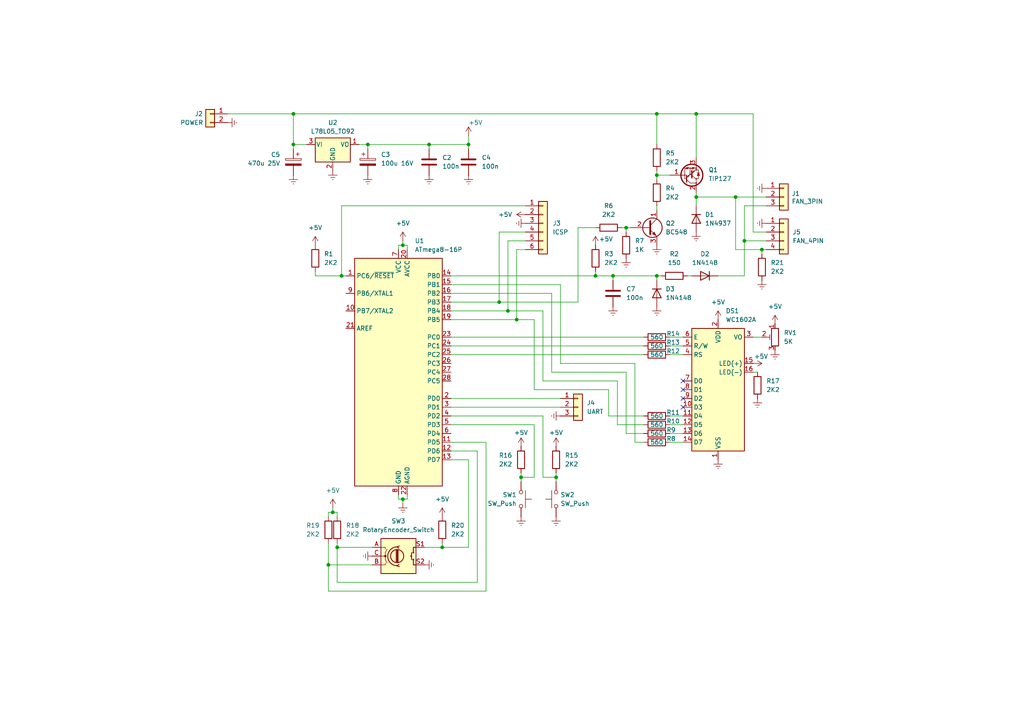
<source format=kicad_sch>
(kicad_sch (version 20231120) (generator "eeschema") (generator_version "8.0")
  (paper "A4")
  (title_block (title "spintach") (date "2024-07-11") (rev "0.1"))
  (lib_symbols
    (symbol "Connector_Generic:Conn_01x02" (pin_names (offset 1.016) hide)
      (property "Reference" "J" (at 0 2.54 0))
      (property "Value" "Conn_01x02" (at 0 -5.08 0))
      (symbol "Conn_01x02_1_1"
        (rectangle (start -1.27 -2.413) (end 0 -2.667) (stroke (width 0.1524)))
        (rectangle (start -1.27 0.127) (end 0 -0.127) (stroke (width 0.1524)))
        (rectangle (start -1.27 1.27) (end 1.27 -3.81) (stroke (width 0.254)) (fill (type background)))
        (pin passive line (at -5.08 0 0) (length 3.81) (name "Pin_1") (number "1"))
        (pin passive line (at -5.08 -2.54 0) (length 3.81) (name "Pin_2") (number "2"))
      )
    )
    (symbol "Connector_Generic:Conn_01x03" (pin_names (offset 1.016) hide)
      (property "Reference" "J" (at 0 5.08 0))
      (property "Value" "Conn_01x03" (at 0 -5.08 0))
      (symbol "Conn_01x03_1_1"
        (rectangle (start -1.27 -2.413) (end 0 -2.667) (stroke (width 0.1524)))
        (rectangle (start -1.27 0.127) (end 0 -0.127) (stroke (width 0.1524)))
        (rectangle (start -1.27 2.667) (end 0 2.413) (stroke (width 0.1524)))
        (rectangle (start -1.27 3.81) (end 1.27 -3.81) (stroke (width 0.254)) (fill (type background)))
        (pin passive line (at -5.08 2.54 0) (length 3.81) (name "Pin_1") (number "1"))
        (pin passive line (at -5.08 0 0) (length 3.81) (name "Pin_2") (number "2"))
        (pin passive line (at -5.08 -2.54 0) (length 3.81) (name "Pin_3") (number "3"))
      )
    )
    (symbol "Connector_Generic:Conn_01x04" (pin_names (offset 1.016) hide)
      (property "Reference" "J" (at 0 5.08 0))
      (property "Value" "Conn_01x04" (at 0 -7.62 0))
      (symbol "Conn_01x04_1_1"
        (rectangle (start -1.27 -4.953) (end 0 -5.207) (stroke (width 0.1524)))
        (rectangle (start -1.27 -2.413) (end 0 -2.667) (stroke (width 0.1524)))
        (rectangle (start -1.27 0.127) (end 0 -0.127) (stroke (width 0.1524)))
        (rectangle (start -1.27 2.667) (end 0 2.413) (stroke (width 0.1524)))
        (rectangle (start -1.27 3.81) (end 1.27 -6.35) (stroke (width 0.254)) (fill (type background)))
        (pin passive line (at -5.08 2.54 0) (length 3.81) (name "Pin_1") (number "1"))
        (pin passive line (at -5.08 0 0) (length 3.81) (name "Pin_2") (number "2"))
        (pin passive line (at -5.08 -2.54 0) (length 3.81) (name "Pin_3") (number "3"))
        (pin passive line (at -5.08 -5.08 0) (length 3.81) (name "Pin_4") (number "4"))
      )
    )
    (symbol "Connector_Generic:Conn_01x06" (pin_names (offset 1.016) hide)
      (property "Reference" "J" (at 0 7.62 0))
      (property "Value" "Conn_01x06" (at 0 -10.16 0))
      (symbol "Conn_01x06_1_1"
        (rectangle (start -1.27 -7.493) (end 0 -7.747) (stroke (width 0.1524)))
        (rectangle (start -1.27 -4.953) (end 0 -5.207) (stroke (width 0.1524)))
        (rectangle (start -1.27 -2.413) (end 0 -2.667) (stroke (width 0.1524)))
        (rectangle (start -1.27 0.127) (end 0 -0.127) (stroke (width 0.1524)))
        (rectangle (start -1.27 2.667) (end 0 2.413) (stroke (width 0.1524)))
        (rectangle (start -1.27 5.207) (end 0 4.953) (stroke (width 0.1524)))
        (rectangle (start -1.27 6.35) (end 1.27 -8.89) (stroke (width 0.254)) (fill (type background)))
        (pin passive line (at -5.08 5.08 0) (length 3.81) (name "Pin_1") (number "1"))
        (pin passive line (at -5.08 2.54 0) (length 3.81) (name "Pin_2") (number "2"))
        (pin passive line (at -5.08 0 0) (length 3.81) (name "Pin_3") (number "3"))
        (pin passive line (at -5.08 -2.54 0) (length 3.81) (name "Pin_4") (number "4"))
        (pin passive line (at -5.08 -5.08 0) (length 3.81) (name "Pin_5") (number "5"))
        (pin passive line (at -5.08 -7.62 0) (length 3.81) (name "Pin_6") (number "6"))
      )
    )
    (symbol "Device:C" (pin_numbers hide) (pin_names (offset 0.254))
      (property "Reference" "C" (at 0.635 2.54 0))
      (property "Value" "C" (at 0.635 -2.54 0))
      (symbol "C_0_1"
        (polyline (pts (xy -2.032 -0.762) (xy 2.032 -0.762)) (stroke (width 0.508)))
        (polyline (pts (xy -2.032 0.762) (xy 2.032 0.762)) (stroke (width 0.508)))
      )
      (symbol "C_1_1"
        (pin passive line (at 0 3.81 270) (length 2.794) (name "~") (number "1"))
        (pin passive line (at 0 -3.81 90) (length 2.794) (name "~") (number "2"))
      )
    )
    (symbol "Device:C_Polarized" (pin_numbers hide) (pin_names (offset 0.254))
      (property "Reference" "C" (at 0.635 2.54 0))
      (property "Value" "C_Polarized" (at 0.635 -2.54 0))
      (symbol "C_Polarized_0_1"
        (rectangle (start -2.286 0.508) (end 2.286 1.016))
        (polyline (pts (xy -1.778 2.286) (xy -0.762 2.286)))
        (polyline (pts (xy -1.27 2.794) (xy -1.27 1.778)))
        (rectangle (start 2.286 -0.508) (end -2.286 -1.016) (fill (type outline)))
      )
      (symbol "C_Polarized_1_1"
        (pin passive line (at 0 3.81 270) (length 2.794) (name "~") (number "1"))
        (pin passive line (at 0 -3.81 90) (length 2.794) (name "~") (number "2"))
      )
    )
    (symbol "Device:R" (pin_numbers hide) (pin_names (offset 0))
      (property "Reference" "R" (at 2.032 0 90))
      (property "Value" "R" (at 0 0 90))
      (symbol "R_0_1"
        (rectangle (start -1.016 -2.54) (end 1.016 2.54) (stroke (width 0.254)))
      )
      (symbol "R_1_1"
        (pin passive line (at 0 3.81 270) (length 1.27) (name "~") (number "1"))
        (pin passive line (at 0 -3.81 90) (length 1.27) (name "~") (number "2"))
      )
    )
    (symbol "Device:R_Potentiometer_Trim" (pin_names (offset 1.016) hide)
      (property "Reference" "RV" (at -4.445 0 90))
      (property "Value" "R_Potentiometer_Trim" (at -2.54 0 90))
      (symbol "R_Potentiometer_Trim_0_1"
        (polyline (pts (xy 1.524 0.762) (xy 1.524 -0.762)))
        (polyline (pts (xy 2.54 0) (xy 1.524 0)))
        (rectangle (start 1.016 2.54) (end -1.016 -2.54) (stroke (width 0.254)))
      )
      (symbol "R_Potentiometer_Trim_1_1"
        (pin passive line (at 0 3.81 270) (length 1.27) (name "1") (number "1"))
        (pin passive line (at 3.81 0 180) (length 1.27) (name "2") (number "2"))
        (pin passive line (at 0 -3.81 90) (length 1.27) (name "3") (number "3"))
      )
    )
    (symbol "Device:RotaryEncoder_Switch" (pin_names (offset 0.254) hide)
      (property "Reference" "SW" (at 0 6.604 0))
      (property "Value" "RotaryEncoder_Switch" (at 0 -6.604 0))
      (symbol "RotaryEncoder_Switch_0_1"
        (rectangle (start -5.08 5.08) (end 5.08 -5.08) (stroke (width 0.254)) (fill (type background)))
        (circle (center -3.81 0) (radius 0.254) (fill (type outline)))
        (circle (center -0.381 0) (radius 1.905) (stroke (width 0.254)))
        (arc (start -0.381 2.667) (mid -3.0988 -0.0635) (end -0.381 -2.794) (stroke (width 0.254)))
        (polyline (pts (xy -0.635 -1.778) (xy -0.635 1.778)) (stroke (width 0.254)))
        (polyline (pts (xy -0.381 -1.778) (xy -0.381 1.778)) (stroke (width 0.254)))
        (polyline (pts (xy -0.127 1.778) (xy -0.127 -1.778)) (stroke (width 0.254)))
        (polyline (pts (xy 3.81 0) (xy 3.429 0)) (stroke (width 0.254)))
        (polyline (pts (xy 3.81 1.016) (xy 3.81 -1.016)) (stroke (width 0.254)))
        (polyline (pts (xy -5.08 -2.54) (xy -3.81 -2.54) (xy -3.81 -2.032)))
        (polyline (pts (xy -5.08 2.54) (xy -3.81 2.54) (xy -3.81 2.032)))
        (polyline (pts (xy 0.254 -3.048) (xy -0.508 -2.794) (xy 0.127 -2.413)) (stroke (width 0.254)))
        (polyline (pts (xy 0.254 2.921) (xy -0.508 2.667) (xy 0.127 2.286)) (stroke (width 0.254)))
        (polyline (pts (xy 5.08 -2.54) (xy 4.318 -2.54) (xy 4.318 -1.016)) (stroke (width 0.254)))
        (polyline (pts (xy 5.08 2.54) (xy 4.318 2.54) (xy 4.318 1.016)) (stroke (width 0.254)))
        (polyline (pts (xy -5.08 0) (xy -3.81 0) (xy -3.81 -1.016) (xy -3.302 -2.032)))
        (polyline (pts (xy -4.318 0) (xy -3.81 0) (xy -3.81 1.016) (xy -3.302 2.032)))
        (circle (center 4.318 -1.016) (radius 0.127) (stroke (width 0.254)))
        (circle (center 4.318 1.016) (radius 0.127) (stroke (width 0.254)))
      )
      (symbol "RotaryEncoder_Switch_1_1"
        (pin passive line (at -7.62 2.54 0) (length 2.54) (name "A") (number "A"))
        (pin passive line (at -7.62 -2.54 0) (length 2.54) (name "B") (number "B"))
        (pin passive line (at -7.62 0 0) (length 2.54) (name "C") (number "C"))
        (pin passive line (at 7.62 2.54 180) (length 2.54) (name "S1") (number "S1"))
        (pin passive line (at 7.62 -2.54 180) (length 2.54) (name "S2") (number "S2"))
      )
    )
    (symbol "Diode:1N4007" (pin_numbers hide) (pin_names hide)
      (property "Reference" "D" (at 0 2.54 0))
      (property "Value" "1N4007" (at 0 -2.54 0))
      (symbol "1N4007_0_1"
        (polyline (pts (xy -1.27 1.27) (xy -1.27 -1.27)) (stroke (width 0.254)))
        (polyline (pts (xy 1.27 0) (xy -1.27 0)))
        (polyline (pts (xy 1.27 1.27) (xy 1.27 -1.27) (xy -1.27 0) (xy 1.27 1.27)) (stroke (width 0.254)))
      )
      (symbol "1N4007_1_1"
        (pin passive line (at -3.81 0 0) (length 2.54) (name "K") (number "1"))
        (pin passive line (at 3.81 0 180) (length 2.54) (name "A") (number "2"))
      )
    )
    (symbol "Diode:1N4148" (pin_numbers hide) (pin_names hide)
      (property "Reference" "D" (at 0 2.54 0))
      (property "Value" "1N4148" (at 0 -2.54 0))
      (symbol "1N4148_0_1"
        (polyline (pts (xy -1.27 1.27) (xy -1.27 -1.27)) (stroke (width 0.254)))
        (polyline (pts (xy 1.27 0) (xy -1.27 0)))
        (polyline (pts (xy 1.27 1.27) (xy 1.27 -1.27) (xy -1.27 0) (xy 1.27 1.27)) (stroke (width 0.254)))
      )
      (symbol "1N4148_1_1"
        (pin passive line (at -3.81 0 0) (length 2.54) (name "K") (number "1"))
        (pin passive line (at 3.81 0 180) (length 2.54) (name "A") (number "2"))
      )
    )
    (symbol "Display_Character:WC1602A"
      (property "Reference" "DS" (at -5.842 19.05 0))
      (property "Value" "WC1602A" (at 5.334 19.05 0))
      (symbol "WC1602A_1_1"
        (rectangle (start -7.62 17.78) (end 7.62 -17.78) (stroke (width 0.254)) (fill (type background)))
        (pin power_in line (at 0 -20.32 90) (length 2.54) (name "VSS") (number "1"))
        (pin input line (at -10.16 -5.08 0) (length 2.54) (name "D3") (number "10"))
        (pin input line (at -10.16 -7.62 0) (length 2.54) (name "D4") (number "11"))
        (pin input line (at -10.16 -10.16 0) (length 2.54) (name "D5") (number "12"))
        (pin input line (at -10.16 -12.7 0) (length 2.54) (name "D6") (number "13"))
        (pin input line (at -10.16 -15.24 0) (length 2.54) (name "D7") (number "14"))
        (pin power_in line (at 10.16 7.62 180) (length 2.54) (name "LED(+)") (number "15"))
        (pin power_in line (at 10.16 5.08 180) (length 2.54) (name "LED(-)") (number "16"))
        (pin power_in line (at 0 20.32 270) (length 2.54) (name "VDD") (number "2"))
        (pin input line (at 10.16 15.24 180) (length 2.54) (name "VO") (number "3"))
        (pin input line (at -10.16 10.16 0) (length 2.54) (name "RS") (number "4"))
        (pin input line (at -10.16 12.7 0) (length 2.54) (name "R/W") (number "5"))
        (pin input line (at -10.16 15.24 0) (length 2.54) (name "E") (number "6"))
        (pin input line (at -10.16 2.54 0) (length 2.54) (name "D0") (number "7"))
        (pin input line (at -10.16 0 0) (length 2.54) (name "D1") (number "8"))
        (pin input line (at -10.16 -2.54 0) (length 2.54) (name "D2") (number "9"))
      )
    )
    (symbol "MCU_Microchip_ATmega:ATmega8-16P"
      (property "Reference" "U" (at -12.7 34.29 0))
      (property "Value" "ATmega8-16P" (at 5.08 -34.29 0))
      (symbol "ATmega8-16P_0_1"
        (rectangle (start -12.7 -33.02) (end 12.7 33.02) (stroke (width 0.254)) (fill (type background)))
      )
      (symbol "ATmega8-16P_1_1"
        (pin bidirectional line (at -15.24 27.94 0) (length 2.54) (name "PC6/~{RESET}") (number "1"))
        (pin bidirectional line (at -15.24 17.78 0) (length 2.54) (name "PB7/XTAL2") (number "10"))
        (pin bidirectional line (at 15.24 -20.32 180) (length 2.54) (name "PD5") (number "11"))
        (pin bidirectional line (at 15.24 -22.86 180) (length 2.54) (name "PD6") (number "12"))
        (pin bidirectional line (at 15.24 -25.4 180) (length 2.54) (name "PD7") (number "13"))
        (pin bidirectional line (at 15.24 27.94 180) (length 2.54) (name "PB0") (number "14"))
        (pin bidirectional line (at 15.24 25.4 180) (length 2.54) (name "PB1") (number "15"))
        (pin bidirectional line (at 15.24 22.86 180) (length 2.54) (name "PB2") (number "16"))
        (pin bidirectional line (at 15.24 20.32 180) (length 2.54) (name "PB3") (number "17"))
        (pin bidirectional line (at 15.24 17.78 180) (length 2.54) (name "PB4") (number "18"))
        (pin bidirectional line (at 15.24 15.24 180) (length 2.54) (name "PB5") (number "19"))
        (pin bidirectional line (at 15.24 -7.62 180) (length 2.54) (name "PD0") (number "2"))
        (pin power_in line (at 2.54 35.56 270) (length 2.54) (name "AVCC") (number "20"))
        (pin passive line (at -15.24 12.7 0) (length 2.54) (name "AREF") (number "21"))
        (pin power_in line (at 2.54 -35.56 90) (length 2.54) (name "AGND") (number "22"))
        (pin bidirectional line (at 15.24 10.16 180) (length 2.54) (name "PC0") (number "23"))
        (pin bidirectional line (at 15.24 7.62 180) (length 2.54) (name "PC1") (number "24"))
        (pin bidirectional line (at 15.24 5.08 180) (length 2.54) (name "PC2") (number "25"))
        (pin bidirectional line (at 15.24 2.54 180) (length 2.54) (name "PC3") (number "26"))
        (pin bidirectional line (at 15.24 0 180) (length 2.54) (name "PC4") (number "27"))
        (pin bidirectional line (at 15.24 -2.54 180) (length 2.54) (name "PC5") (number "28"))
        (pin bidirectional line (at 15.24 -10.16 180) (length 2.54) (name "PD1") (number "3"))
        (pin bidirectional line (at 15.24 -12.7 180) (length 2.54) (name "PD2") (number "4"))
        (pin bidirectional line (at 15.24 -15.24 180) (length 2.54) (name "PD3") (number "5"))
        (pin bidirectional line (at 15.24 -17.78 180) (length 2.54) (name "PD4") (number "6"))
        (pin power_in line (at 0 35.56 270) (length 2.54) (name "VCC") (number "7"))
        (pin power_in line (at 0 -35.56 90) (length 2.54) (name "GND") (number "8"))
        (pin bidirectional line (at -15.24 22.86 0) (length 2.54) (name "PB6/XTAL1") (number "9"))
      )
    )
    (symbol "Regulator_Linear:L78L05_TO92" (pin_names (offset 0.254))
      (property "Reference" "U" (at -3.81 3.175 0))
      (property "Value" "L78L05_TO92" (at 0 3.175 0))
      (symbol "L78L05_TO92_0_1"
        (rectangle (start -5.08 -5.08) (end 5.08 1.905) (stroke (width 0.254)) (fill (type background)))
      )
      (symbol "L78L05_TO92_1_1"
        (pin power_out line (at 7.62 0 180) (length 2.54) (name "VO") (number "1"))
        (pin power_in line (at 0 -7.62 90) (length 2.54) (name "GND") (number "2"))
        (pin power_in line (at -7.62 0 0) (length 2.54) (name "VI") (number "3"))
      )
    )
    (symbol "Switch:SW_Push" (pin_numbers hide) (pin_names (offset 1.016) hide)
      (property "Reference" "SW" (at 1.27 2.54 0))
      (property "Value" "SW_Push" (at 0 -1.524 0))
      (symbol "SW_Push_0_1"
        (circle (center -2.032 0) (radius 0.508))
        (polyline (pts (xy 0 1.27) (xy 0 3.048)))
        (polyline (pts (xy 2.54 1.27) (xy -2.54 1.27)))
        (circle (center 2.032 0) (radius 0.508))
        (pin passive line (at -5.08 0 0) (length 2.54) (name "1") (number "1"))
        (pin passive line (at 5.08 0 180) (length 2.54) (name "2") (number "2"))
      )
    )
    (symbol "Transistor_BJT:BC548" (pin_names (offset 0) hide)
      (property "Reference" "Q" (at 5.08 1.905 0))
      (property "Value" "BC548" (at 5.08 0 0))
      (symbol "BC548_0_1"
        (polyline (pts (xy 0 0) (xy 0.635 0)))
        (polyline (pts (xy 0.635 0.635) (xy 2.54 2.54)))
        (polyline (pts (xy 0.635 -0.635) (xy 2.54 -2.54) (xy 2.54 -2.54)))
        (polyline (pts (xy 0.635 1.905) (xy 0.635 -1.905) (xy 0.635 -1.905)) (stroke (width 0.508)))
        (polyline (pts (xy 1.27 -1.778) (xy 1.778 -1.27) (xy 2.286 -2.286) (xy 1.27 -1.778) (xy 1.27 -1.778)) (fill (type outline)))
        (circle (center 1.27 0) (radius 2.8194) (stroke (width 0.254)))
      )
      (symbol "BC548_1_1"
        (pin passive line (at 2.54 5.08 270) (length 2.54) (name "C") (number "1"))
        (pin input line (at -5.08 0 0) (length 5.08) (name "B") (number "2"))
        (pin passive line (at 2.54 -5.08 90) (length 2.54) (name "E") (number "3"))
      )
    )
    (symbol "Transistor_BJT:TIP127" (pin_names (offset 0) hide)
      (property "Reference" "Q" (at 5.08 1.905 0))
      (property "Value" "TIP127" (at 5.08 0 0))
      (symbol "TIP127_0_1"
        (circle (center -0.762 0) (radius 0.127))
        (polyline (pts (xy -1.27 0) (xy -0.889 0)))
        (polyline (pts (xy 2.54 -2.032) (xy 2.54 -2.54)))
        (polyline (pts (xy 2.54 -1.524) (xy 3.175 -1.524)))
        (polyline (pts (xy 2.794 -0.635) (xy 3.556 -0.635)))
        (polyline (pts (xy 3.175 -1.524) (xy 3.175 -0.635)))
        (polyline (pts (xy 3.175 0.127) (xy 3.175 1.016)))
        (polyline (pts (xy 3.175 1.016) (xy 2.54 1.016)))
        (polyline (pts (xy -0.254 0.762) (xy 0.762 -0.254) (xy 1.27 -0.254)))
        (polyline (pts (xy -0.254 1.016) (xy -0.762 1.016) (xy -0.762 -2.032)))
        (polyline (pts (xy -0.254 1.27) (xy 0.762 2.286) (xy 2.54 2.286)))
        (polyline (pts (xy -0.254 2.032) (xy -0.254 0) (xy -0.254 0)) (stroke (width 0.3048)))
        (polyline (pts (xy 1.27 0.762) (xy 1.27 -1.27) (xy 1.27 -1.27)) (stroke (width 0.381)))
        (polyline (pts (xy 0 0.508) (xy 0.254 0) (xy 0.508 0.254) (xy 0 0.508)))
        (polyline (pts (xy 1.27 -0.508) (xy 2.286 -1.524) (xy 2.54 -1.524) (xy 2.54 -2.032)))
        (polyline (pts (xy 1.27 0) (xy 2.286 1.016) (xy 2.54 1.016) (xy 2.54 2.286)))
        (polyline (pts (xy 1.524 -0.762) (xy 1.778 -1.27) (xy 2.032 -1.016) (xy 1.524 -0.762)))
        (polyline (pts (xy 3.175 -0.635) (xy 2.794 0.127) (xy 3.556 0.127) (xy 3.175 -0.635)) (fill (type outline)))
        (polyline (pts (xy 0.762 -2.032) (xy 0.381 -2.032) (xy 0.254 -2.286) (xy 0.127 -1.778) (xy 0 -2.286) (xy -0.127 -1.778) (xy -0.254 -2.286) (xy -0.381 -1.778) (xy -0.508 -2.032) (xy -0.762 -2.032)))
        (polyline (pts (xy 0.762 -0.254) (xy 0.762 -2.032) (xy 1.143 -2.032) (xy 1.27 -1.778) (xy 1.397 -2.286) (xy 1.524 -1.778) (xy 1.651 -2.286) (xy 1.778 -1.778) (xy 1.905 -2.286) (xy 2.032 -2.032) (xy 2.54 -2.032)))
        (circle (center 0.762 -2.032) (radius 0.127))
        (circle (center 0.762 -0.254) (radius 0.127))
        (circle (center 1.27 0) (radius 3.175) (stroke (width 0.3556)))
        (circle (center 2.54 -2.032) (radius 0.127))
        (circle (center 2.54 -1.524) (radius 0.127))
        (circle (center 2.54 1.016) (radius 0.127))
        (circle (center 2.54 2.286) (radius 0.127))
      )
      (symbol "TIP127_1_1"
        (pin input line (at -5.08 0 0) (length 3.81) (name "B") (number "1"))
        (pin passive line (at 2.54 5.08 270) (length 2.667) (name "C") (number "2"))
        (pin passive line (at 2.54 -5.08 90) (length 2.54) (name "E") (number "3"))
      )
    )
    (symbol "power:+5V" (power) (pin_numbers hide) (pin_names (offset 0) hide)
      (property "Value" "+5V" (at 0 3.556 0))
      (symbol "+5V_0_1"
        (polyline (pts (xy -0.762 1.27) (xy 0 2.54)))
        (polyline (pts (xy 0 0) (xy 0 2.54)))
        (polyline (pts (xy 0 2.54) (xy 0.762 1.27)))
      )
      (symbol "+5V_1_1"
        (pin power_in line (at 0 0 90) (length 0) (name "~") (number "1"))
      )
    )
    (symbol "power:Earth" (power) (pin_numbers hide) (pin_names (offset 0) hide)
      (property "Value" "Earth" (at 0 -3.81 0))
      (symbol "Earth_0_1"
        (polyline (pts (xy -0.635 -1.905) (xy 0.635 -1.905)))
        (polyline (pts (xy -0.127 -2.54) (xy 0.127 -2.54)))
        (polyline (pts (xy 0 -1.27) (xy 0 0)))
        (polyline (pts (xy 1.27 -1.27) (xy -1.27 -1.27)))
      )
      (symbol "Earth_1_1"
        (pin power_in line (at 0 0 270) (length 0) (name "~") (number "1"))
      )
    )
  )
  (junction (at 177.8 80.01))
  (junction (at 190.5 80.01))
  (junction (at 128.27 158.75))
  (junction (at 215.9 69.85))
  (junction (at 99.06 80.01))
  (junction (at 106.68 41.91))
  (junction (at 201.93 57.15))
  (junction (at 201.93 33.02))
  (junction (at 213.36 57.15))
  (junction (at 135.89 41.91))
  (junction (at 85.09 41.91))
  (junction (at 190.5 50.8))
  (junction (at 161.29 138.43))
  (junction (at 220.98 72.39))
  (junction (at 190.5 33.02))
  (junction (at 96.52 148.59))
  (junction (at 151.13 138.43))
  (junction (at 149.86 92.71))
  (junction (at 116.84 71.12))
  (junction (at 97.79 158.75))
  (junction (at 172.72 80.01))
  (junction (at 85.09 33.02))
  (junction (at 116.84 144.78))
  (junction (at 181.61 66.04))
  (junction (at 147.32 90.17))
  (junction (at 144.78 87.63))
  (junction (at 95.25 163.83))
  (junction (at 124.46 41.91))
  (no_connect (at 198.12 118.11))
  (no_connect (at 198.12 110.49))
  (no_connect (at 198.12 115.57))
  (no_connect (at 198.12 113.03))
  (wire (pts (xy 149.86 92.71) (xy 149.86 72.39)))
  (wire (pts (xy 104.14 41.91) (xy 106.68 41.91)))
  (wire (pts (xy 96.52 148.59) (xy 95.25 148.59)))
  (wire (pts (xy 151.13 138.43) (xy 151.13 139.7)))
  (wire (pts (xy 138.43 168.91) (xy 138.43 130.81)))
  (wire (pts (xy 181.61 66.04) (xy 181.61 67.31)))
  (wire (pts (xy 115.57 143.51) (xy 115.57 144.78)))
  (wire (pts (xy 118.11 71.12) (xy 118.11 72.39)))
  (wire (pts (xy 144.78 67.31) (xy 152.4 67.31)))
  (wire (pts (xy 138.43 130.81) (xy 130.81 130.81)))
  (wire (pts (xy 194.31 123.19) (xy 198.12 123.19)))
  (wire (pts (xy 176.53 113.03) (xy 176.53 120.65)))
  (wire (pts (xy 96.52 148.59) (xy 97.79 148.59)))
  (wire (pts (xy 215.9 69.85) (xy 215.9 59.69)))
  (wire (pts (xy 124.46 41.91) (xy 135.89 41.91)))
  (wire (pts (xy 184.15 128.27) (xy 184.15 105.41)))
  (wire (pts (xy 95.25 148.59) (xy 95.25 149.86)))
  (wire (pts (xy 161.29 137.16) (xy 161.29 138.43)))
  (wire (pts (xy 116.84 144.78) (xy 116.84 146.05)))
  (wire (pts (xy 194.31 100.33) (xy 198.12 100.33)))
  (wire (pts (xy 186.69 128.27) (xy 184.15 128.27)))
  (wire (pts (xy 167.64 87.63) (xy 144.78 87.63)))
  (wire (pts (xy 157.48 110.49) (xy 157.48 90.17)))
  (wire (pts (xy 140.97 128.27) (xy 130.81 128.27)))
  (wire (pts (xy 85.09 33.02) (xy 85.09 41.91)))
  (wire (pts (xy 200.66 80.01) (xy 199.39 80.01)))
  (wire (pts (xy 154.94 113.03) (xy 176.53 113.03)))
  (wire (pts (xy 97.79 158.75) (xy 97.79 168.91)))
  (wire (pts (xy 218.44 97.79) (xy 220.98 97.79)))
  (wire (pts (xy 140.97 171.45) (xy 140.97 128.27)))
  (wire (pts (xy 162.56 105.41) (xy 162.56 82.55)))
  (wire (pts (xy 116.84 71.12) (xy 118.11 71.12)))
  (wire (pts (xy 151.13 137.16) (xy 151.13 138.43)))
  (wire (pts (xy 154.94 138.43) (xy 154.94 123.19)))
  (wire (pts (xy 201.93 57.15) (xy 201.93 59.69)))
  (wire (pts (xy 162.56 82.55) (xy 130.81 82.55)))
  (wire (pts (xy 95.25 163.83) (xy 95.25 171.45)))
  (wire (pts (xy 190.5 50.8) (xy 194.31 50.8)))
  (wire (pts (xy 160.02 85.09) (xy 160.02 107.95)))
  (wire (pts (xy 220.98 72.39) (xy 220.98 73.66)))
  (wire (pts (xy 213.36 57.15) (xy 222.25 57.15)))
  (wire (pts (xy 154.94 92.71) (xy 154.94 113.03)))
  (wire (pts (xy 191.77 80.01) (xy 190.5 80.01)))
  (wire (pts (xy 161.29 138.43) (xy 161.29 139.7)))
  (wire (pts (xy 144.78 67.31) (xy 144.78 87.63)))
  (wire (pts (xy 99.06 80.01) (xy 100.33 80.01)))
  (wire (pts (xy 151.13 138.43) (xy 154.94 138.43)))
  (wire (pts (xy 115.57 71.12) (xy 116.84 71.12)))
  (wire (pts (xy 190.5 50.8) (xy 190.5 52.07)))
  (wire (pts (xy 201.93 57.15) (xy 213.36 57.15)))
  (wire (pts (xy 147.32 69.85) (xy 147.32 90.17)))
  (wire (pts (xy 99.06 59.69) (xy 99.06 80.01)))
  (wire (pts (xy 222.25 72.39) (xy 220.98 72.39)))
  (wire (pts (xy 135.89 133.35) (xy 135.89 158.75)))
  (wire (pts (xy 218.44 33.02) (xy 201.93 33.02)))
  (wire (pts (xy 220.98 72.39) (xy 213.36 72.39)))
  (wire (pts (xy 186.69 123.19) (xy 179.07 123.19)))
  (wire (pts (xy 130.81 85.09) (xy 160.02 85.09)))
  (wire (pts (xy 177.8 80.01) (xy 190.5 80.01)))
  (wire (pts (xy 97.79 148.59) (xy 97.79 149.86)))
  (wire (pts (xy 213.36 72.39) (xy 213.36 57.15)))
  (wire (pts (xy 215.9 80.01) (xy 215.9 69.85)))
  (wire (pts (xy 160.02 107.95) (xy 181.61 107.95)))
  (wire (pts (xy 95.25 163.83) (xy 107.95 163.83)))
  (wire (pts (xy 149.86 72.39) (xy 152.4 72.39)))
  (wire (pts (xy 157.48 90.17) (xy 147.32 90.17)))
  (wire (pts (xy 91.44 78.74) (xy 91.44 80.01)))
  (wire (pts (xy 135.89 43.18) (xy 135.89 41.91)))
  (wire (pts (xy 172.72 66.04) (xy 167.64 66.04)))
  (wire (pts (xy 184.15 105.41) (xy 162.56 105.41)))
  (wire (pts (xy 128.27 158.75) (xy 135.89 158.75)))
  (wire (pts (xy 181.61 107.95) (xy 181.61 125.73)))
  (wire (pts (xy 130.81 118.11) (xy 162.56 118.11)))
  (wire (pts (xy 201.93 55.88) (xy 201.93 57.15)))
  (wire (pts (xy 179.07 123.19) (xy 179.07 110.49)))
  (wire (pts (xy 85.09 41.91) (xy 85.09 43.18)))
  (wire (pts (xy 215.9 59.69) (xy 222.25 59.69)))
  (wire (pts (xy 99.06 59.69) (xy 152.4 59.69)))
  (wire (pts (xy 152.4 69.85) (xy 147.32 69.85)))
  (wire (pts (xy 95.25 157.48) (xy 95.25 163.83)))
  (wire (pts (xy 130.81 90.17) (xy 147.32 90.17)))
  (wire (pts (xy 130.81 97.79) (xy 186.69 97.79)))
  (wire (pts (xy 179.07 110.49) (xy 157.48 110.49)))
  (wire (pts (xy 194.31 128.27) (xy 198.12 128.27)))
  (wire (pts (xy 130.81 120.65) (xy 157.48 120.65)))
  (wire (pts (xy 157.48 138.43) (xy 161.29 138.43)))
  (wire (pts (xy 172.72 80.01) (xy 172.72 78.74)))
  (wire (pts (xy 172.72 80.01) (xy 177.8 80.01)))
  (wire (pts (xy 190.5 49.53) (xy 190.5 50.8)))
  (wire (pts (xy 116.84 144.78) (xy 118.11 144.78)))
  (wire (pts (xy 176.53 120.65) (xy 186.69 120.65)))
  (wire (pts (xy 116.84 71.12) (xy 116.84 69.85)))
  (wire (pts (xy 124.46 41.91) (xy 124.46 43.18)))
  (wire (pts (xy 218.44 33.02) (xy 218.44 67.31)))
  (wire (pts (xy 85.09 33.02) (xy 190.5 33.02)))
  (wire (pts (xy 97.79 158.75) (xy 107.95 158.75)))
  (wire (pts (xy 194.31 97.79) (xy 198.12 97.79)))
  (wire (pts (xy 130.81 92.71) (xy 149.86 92.71)))
  (wire (pts (xy 130.81 80.01) (xy 172.72 80.01)))
  (wire (pts (xy 95.25 171.45) (xy 140.97 171.45)))
  (wire (pts (xy 167.64 66.04) (xy 167.64 87.63)))
  (wire (pts (xy 181.61 66.04) (xy 182.88 66.04)))
  (wire (pts (xy 190.5 33.02) (xy 190.5 41.91)))
  (wire (pts (xy 208.28 80.01) (xy 215.9 80.01)))
  (wire (pts (xy 194.31 120.65) (xy 198.12 120.65)))
  (wire (pts (xy 96.52 147.32) (xy 96.52 148.59)))
  (wire (pts (xy 177.8 81.28) (xy 177.8 80.01)))
  (wire (pts (xy 130.81 102.87) (xy 186.69 102.87)))
  (wire (pts (xy 218.44 67.31) (xy 222.25 67.31)))
  (wire (pts (xy 130.81 115.57) (xy 162.56 115.57)))
  (wire (pts (xy 149.86 92.71) (xy 154.94 92.71)))
  (wire (pts (xy 130.81 100.33) (xy 186.69 100.33)))
  (wire (pts (xy 115.57 72.39) (xy 115.57 71.12)))
  (wire (pts (xy 88.9 41.91) (xy 85.09 41.91)))
  (wire (pts (xy 97.79 168.91) (xy 138.43 168.91)))
  (wire (pts (xy 181.61 125.73) (xy 186.69 125.73)))
  (wire (pts (xy 97.79 157.48) (xy 97.79 158.75)))
  (wire (pts (xy 190.5 59.69) (xy 190.5 60.96)))
  (wire (pts (xy 180.34 66.04) (xy 181.61 66.04)))
  (wire (pts (xy 106.68 41.91) (xy 106.68 43.18)))
  (wire (pts (xy 154.94 123.19) (xy 130.81 123.19)))
  (wire (pts (xy 128.27 158.75) (xy 128.27 157.48)))
  (wire (pts (xy 123.19 158.75) (xy 128.27 158.75)))
  (wire (pts (xy 91.44 80.01) (xy 99.06 80.01)))
  (wire (pts (xy 135.89 133.35) (xy 130.81 133.35)))
  (wire (pts (xy 130.81 87.63) (xy 144.78 87.63)))
  (wire (pts (xy 194.31 125.73) (xy 198.12 125.73)))
  (wire (pts (xy 201.93 45.72) (xy 201.93 33.02)))
  (wire (pts (xy 106.68 41.91) (xy 124.46 41.91)))
  (wire (pts (xy 157.48 120.65) (xy 157.48 138.43)))
  (wire (pts (xy 115.57 144.78) (xy 116.84 144.78)))
  (wire (pts (xy 194.31 102.87) (xy 198.12 102.87)))
  (wire (pts (xy 218.44 107.95) (xy 219.71 107.95)))
  (wire (pts (xy 201.93 33.02) (xy 190.5 33.02)))
  (wire (pts (xy 118.11 144.78) (xy 118.11 143.51)))
  (wire (pts (xy 215.9 69.85) (xy 222.25 69.85)))
  (wire (pts (xy 190.5 80.01) (xy 190.5 81.28)))
  (wire (pts (xy 66.04 33.02) (xy 85.09 33.02)))
  (wire (pts (xy 135.89 39.37) (xy 135.89 41.91)))
  (symbol (lib_id "Device:R") (at 151.13 133.35 0) (mirror y) (unit 1)
    (property "Reference" "R16" (at 148.59 132.0799 0) (effects (justify left)))
    (property "Value" "2K2" (at 148.59 134.6199 0) (effects (justify left)))
    (property "Description" "Resistor" (effects (hide yes)))
  )
  (symbol (lib_id "power:Earth") (at 208.28 133.35 0) (unit 1)
    (property "Reference" "#PWR03" (effects (hide yes)))
    (property "Value" "Earth" (effects (hide yes)))
    (property "Description" "Power symbol creates a global label with name \"Earth\"" (effects (hide yes)))
  )
  (symbol (lib_id "Diode:1N4148") (at 204.47 80.01 0) (mirror y) (unit 1)
    (property "Reference" "D2" (at 204.47 73.66 0))
    (property "Value" "1N4148" (at 204.47 76.2 0))
    (property "Footprint" "Diode_THT:D_DO-35_SOD27_P7.62mm_Horizontal" (effects (hide yes)))
    (property "Datasheet" "https://assets.nexperia.com/documents/data-sheet/1N4148_1N4448.pdf" (effects (hide yes)))
    (property "Description" "100V 0.15A standard switching diode, DO-35" (effects (hide yes)))
    (property "Sim.Device" "D" (effects (hide yes)))
    (property "Sim.Pins" "1=K 2=A" (effects (hide yes)))
  )
  (symbol (lib_id "Transistor_BJT:TIP127") (at 199.39 50.8 0) (mirror x) (unit 1)
    (property "Reference" "Q1" (at 205.486 49.276 0) (effects (justify left)))
    (property "Value" "TIP127" (at 205.486 51.816 0) (effects (justify left)))
    (property "Footprint" "Package_TO_SOT_THT:TO-220-3_Vertical" (effects (hide yes)))
    (property "Datasheet" "https://www.onsemi.com/pub/Collateral/TIP120-D.PDF" (effects (hide yes)))
    (property "Description" "5A Ic, 100V Vce, Silicon Darlington Power PNP Transistor, TO-220" (effects (hide yes)))
  )
  (symbol (lib_id "power:+5V") (at 151.13 129.54 0) (unit 1)
    (property "Reference" "#PWR025" (effects (hide yes)))
    (property "Value" "+5V" (at 151.13 125.476 0))
    (property "Description" "Power symbol creates a global label with name \"+5V\"" (effects (hide yes)))
  )
  (symbol (lib_id "Device:R") (at 95.25 153.67 0) (mirror y) (unit 1)
    (property "Reference" "R19" (at 92.71 152.3999 0) (effects (justify left)))
    (property "Value" "2K2" (at 92.71 154.9399 0) (effects (justify left)))
    (property "Description" "Resistor" (effects (hide yes)))
  )
  (symbol (lib_id "power:Earth") (at 222.25 54.61 270) (unit 1)
    (property "Reference" "#PWR017" (effects (hide yes)))
    (property "Value" "Earth" (effects (hide yes)))
    (property "Description" "Power symbol creates a global label with name \"Earth\"" (effects (hide yes)))
  )
  (symbol (lib_id "power:Earth") (at 190.5 88.9 0) (unit 1)
    (property "Reference" "#PWR022" (effects (hide yes)))
    (property "Value" "Earth" (effects (hide yes)))
    (property "Description" "Power symbol creates a global label with name \"Earth\"" (effects (hide yes)))
  )
  (symbol (lib_id "Device:R") (at 219.71 111.76 0) (unit 1)
    (property "Reference" "R17" (at 222.25 110.4899 0) (effects (justify left)))
    (property "Value" "2K2" (at 222.25 113.0299 0) (effects (justify left)))
    (property "Description" "Resistor" (effects (hide yes)))
  )
  (symbol (lib_id "Transistor_BJT:BC548") (at 187.96 66.04 0) (unit 1)
    (property "Reference" "Q2" (at 193.04 64.7699 0) (effects (justify left)))
    (property "Value" "BC548" (at 193.04 67.3099 0) (effects (justify left)))
    (property "Footprint" "Package_TO_SOT_THT:TO-92_Inline" (effects (hide yes)))
    (property "Datasheet" "https://www.onsemi.com/pub/Collateral/BC550-D.pdf" (effects (hide yes)))
    (property "Description" "0.1A Ic, 30V Vce, Small Signal NPN Transistor, TO-92" (effects (hide yes)))
  )
  (symbol (lib_id "Diode:1N4007") (at 201.93 63.5 270) (unit 1)
    (property "Reference" "D1" (at 204.47 62.2299 90) (effects (justify left)))
    (property "Value" "1N4937" (at 204.47 64.7699 90) (effects (justify left)))
    (property "Footprint" "Diode_THT:D_DO-41_SOD81_P10.16mm_Horizontal" (effects (hide yes)))
    (property "Datasheet" "http://www.vishay.com/docs/88503/1n4001.pdf" (effects (hide yes)))
    (property "Description" "1000V 1A General Purpose Rectifier Diode, DO-41" (effects (hide yes)))
    (property "Sim.Device" "D" (effects (hide yes)))
    (property "Sim.Pins" "1=K 2=A" (effects (hide yes)))
  )
  (symbol (lib_id "power:Earth") (at 116.84 146.05 0) (unit 1)
    (property "Reference" "#PWR02" (effects (hide yes)))
    (property "Value" "Earth" (effects (hide yes)))
    (property "Description" "Power symbol creates a global label with name \"Earth\"" (effects (hide yes)))
  )
  (symbol (lib_id "power:+5V") (at 96.52 147.32 0) (unit 1)
    (property "Reference" "#PWR032" (effects (hide yes)))
    (property "Value" "+5V" (at 96.52 142.24 0))
    (property "Description" "Power symbol creates a global label with name \"+5V\"" (effects (hide yes)))
  )
  (symbol (lib_id "power:+5V") (at 224.79 93.98 0) (unit 1)
    (property "Reference" "#PWR029" (effects (hide yes)))
    (property "Value" "+5V" (at 224.79 88.9 0))
    (property "Description" "Power symbol creates a global label with name \"+5V\"" (effects (hide yes)))
  )
  (symbol (lib_id "power:Earth") (at 123.19 163.83 90) (unit 1)
    (property "Reference" "#PWR035" (effects (hide yes)))
    (property "Value" "Earth" (effects (hide yes)))
    (property "Description" "Power symbol creates a global label with name \"Earth\"" (effects (hide yes)))
  )
  (symbol (lib_id "Device:R") (at 161.29 133.35 0) (unit 1)
    (property "Reference" "R15" (at 163.83 132.0799 0) (effects (justify left)))
    (property "Value" "2K2" (at 163.83 134.6199 0) (effects (justify left)))
    (property "Description" "Resistor" (effects (hide yes)))
  )
  (symbol (lib_id "power:Earth") (at 161.29 149.86 0) (unit 1)
    (property "Reference" "#PWR027" (effects (hide yes)))
    (property "Value" "Earth" (effects (hide yes)))
    (property "Description" "Power symbol creates a global label with name \"Earth\"" (effects (hide yes)))
  )
  (symbol (lib_id "Device:R") (at 190.5 55.88 0) (unit 1)
    (property "Reference" "R4" (at 193.04 54.6099 0) (effects (justify left)))
    (property "Value" "2K2" (at 193.04 57.1499 0) (effects (justify left)))
    (property "Description" "Resistor" (effects (hide yes)))
  )
  (symbol (lib_id "Device:R") (at 176.53 66.04 90) (unit 1)
    (property "Reference" "R6" (at 176.53 59.69 90))
    (property "Value" "2K2" (at 176.53 62.23 90))
    (property "Description" "Resistor" (effects (hide yes)))
  )
  (symbol (lib_id "power:+5V") (at 152.4 62.23 90) (mirror x) (unit 1)
    (property "Reference" "#PWR015" (effects (hide yes)))
    (property "Value" "+5V" (at 148.59 62.2301 90) (effects (justify left)))
    (property "Description" "Power symbol creates a global label with name \"+5V\"" (effects (hide yes)))
  )
  (symbol (lib_id "power:Earth") (at 201.93 67.31 0) (unit 1)
    (property "Reference" "#PWR019" (effects (hide yes)))
    (property "Value" "Earth" (effects (hide yes)))
    (property "Description" "Power symbol creates a global label with name \"Earth\"" (effects (hide yes)))
  )
  (symbol (lib_id "power:Earth") (at 152.4 64.77 270) (mirror x) (unit 1)
    (property "Reference" "#PWR016" (effects (hide yes)))
    (property "Value" "Earth" (effects (hide yes)))
    (property "Description" "Power symbol creates a global label with name \"Earth\"" (effects (hide yes)))
  )
  (symbol (lib_id "Device:R") (at 190.5 128.27 90) (unit 1)
    (property "Reference" "R8" (at 193.294 127.254 90) (effects (justify right)))
    (property "Value" "560" (at 190.5 128.27 90))
    (property "Description" "Resistor" (effects (hide yes)))
  )
  (symbol (lib_id "Device:R") (at 195.58 80.01 90) (unit 1)
    (property "Reference" "R2" (at 195.58 73.66 90))
    (property "Value" "150" (at 195.58 76.2 90))
    (property "Description" "Resistor" (effects (hide yes)))
  )
  (symbol (lib_id "Connector_Generic:Conn_01x06") (at 157.48 64.77 0) (unit 1)
    (property "Reference" "J3" (at 160.274 64.77 0) (effects (justify left)))
    (property "Value" "ICSP" (at 160.274 67.31 0) (effects (justify left)))
    (property "Description" "Generic connector, single row, 01x06, script generated (kicad-library-utils/schlib/autogen/connector/)" (effects (hide yes)))
  )
  (symbol (lib_id "power:+5V") (at 135.89 39.37 0) (unit 1)
    (property "Reference" "#PWR01" (effects (hide yes)))
    (property "Value" "+5V" (at 137.922 35.56 0))
    (property "Description" "Power symbol creates a global label with name \"+5V\"" (effects (hide yes)))
  )
  (symbol (lib_id "power:Earth") (at 190.5 71.12 0) (unit 1)
    (property "Reference" "#PWR018" (effects (hide yes)))
    (property "Value" "Earth" (effects (hide yes)))
    (property "Description" "Power symbol creates a global label with name \"Earth\"" (effects (hide yes)))
  )
  (symbol (lib_id "Device:R") (at 190.5 97.79 90) (unit 1)
    (property "Reference" "R14" (at 193.294 96.774 90) (effects (justify right)))
    (property "Value" "560" (at 190.5 97.79 90))
    (property "Description" "Resistor" (effects (hide yes)))
  )
  (symbol (lib_id "Connector_Generic:Conn_01x02") (at 60.96 33.02 0) (mirror y) (unit 1)
    (property "Reference" "J2" (at 57.658 33.02 0))
    (property "Value" "POWER" (at 55.626 35.56 0))
    (property "Description" "Generic connector, single row, 01x02, script generated (kicad-library-utils/schlib/autogen/connector/)" (effects (hide yes)))
  )
  (symbol (lib_id "power:Earth") (at 135.89 50.8 0) (unit 1)
    (property "Reference" "#PWR08" (effects (hide yes)))
    (property "Value" "Earth" (effects (hide yes)))
    (property "Description" "Power symbol creates a global label with name \"Earth\"" (effects (hide yes)))
  )
  (symbol (lib_id "Device:C_Polarized") (at 85.09 46.99 0) (mirror y) (unit 1)
    (property "Reference" "C5" (at 81.28 44.8309 0) (effects (justify left)))
    (property "Value" "470u 25V" (at 81.28 47.3709 0) (effects (justify left)))
    (property "Description" "Polarized capacitor" (effects (hide yes)))
  )
  (symbol (lib_id "Device:R") (at 190.5 123.19 90) (unit 1)
    (property "Reference" "R10" (at 193.294 122.174 90) (effects (justify right)))
    (property "Value" "560" (at 190.5 123.19 90))
    (property "Description" "Resistor" (effects (hide yes)))
  )
  (symbol (lib_id "power:Earth") (at 222.25 64.77 270) (unit 1)
    (property "Reference" "#PWR036" (effects (hide yes)))
    (property "Value" "Earth" (effects (hide yes)))
    (property "Description" "Power symbol creates a global label with name \"Earth\"" (effects (hide yes)))
  )
  (symbol (lib_id "Connector_Generic:Conn_01x03") (at 227.33 57.15 0) (unit 1)
    (property "Reference" "J1" (at 229.616 56.134 0) (effects (justify left)))
    (property "Value" "FAN_3PIN" (at 229.616 58.42 0) (effects (justify left)))
    (property "Description" "Generic connector, single row, 01x03, script generated (kicad-library-utils/schlib/autogen/connector/)" (effects (hide yes)))
  )
  (symbol (lib_id "power:+5V") (at 161.29 129.54 0) (unit 1)
    (property "Reference" "#PWR026" (effects (hide yes)))
    (property "Value" "+5V" (at 161.29 125.476 0))
    (property "Description" "Power symbol creates a global label with name \"+5V\"" (effects (hide yes)))
  )
  (symbol (lib_id "power:Earth") (at 66.04 35.56 90) (unit 1)
    (property "Reference" "#PWR09" (effects (hide yes)))
    (property "Value" "Earth" (effects (hide yes)))
    (property "Description" "Power symbol creates a global label with name \"Earth\"" (effects (hide yes)))
  )
  (symbol (lib_id "Device:R") (at 172.72 74.93 0) (unit 1)
    (property "Reference" "R3" (at 175.26 73.6599 0) (effects (justify left)))
    (property "Value" "2K2" (at 175.26 76.1999 0) (effects (justify left)))
    (property "Description" "Resistor" (effects (hide yes)))
  )
  (symbol (lib_id "Device:R") (at 190.5 100.33 90) (unit 1)
    (property "Reference" "R13" (at 193.294 99.314 90) (effects (justify right)))
    (property "Value" "560" (at 190.5 100.33 90))
    (property "Description" "Resistor" (effects (hide yes)))
  )
  (symbol (lib_id "power:Earth") (at 220.98 81.28 0) (unit 1)
    (property "Reference" "#PWR013" (effects (hide yes)))
    (property "Value" "Earth" (effects (hide yes)))
    (property "Description" "Power symbol creates a global label with name \"Earth\"" (effects (hide yes)))
  )
  (symbol (lib_id "Device:C_Polarized") (at 106.68 46.99 0) (unit 1)
    (property "Reference" "C3" (at 110.49 44.8309 0) (effects (justify left)))
    (property "Value" "100u 16V" (at 110.49 47.3709 0) (effects (justify left)))
    (property "Description" "Polarized capacitor" (effects (hide yes)))
  )
  (symbol (lib_id "power:Earth") (at 85.09 50.8 0) (unit 1)
    (property "Reference" "#PWR04" (effects (hide yes)))
    (property "Value" "Earth" (effects (hide yes)))
    (property "Description" "Power symbol creates a global label with name \"Earth\"" (effects (hide yes)))
  )
  (symbol (lib_id "Device:RotaryEncoder_Switch") (at 115.57 161.29 0) (unit 1)
    (property "Reference" "SW3" (at 115.57 151.13 0))
    (property "Value" "RotaryEncoder_Switch" (at 115.57 153.67 0))
    (property "Description" "Rotary encoder, dual channel, incremental quadrate outputs, with switch" (effects (hide yes)))
  )
  (symbol (lib_id "Device:R") (at 190.5 45.72 0) (unit 1)
    (property "Reference" "R5" (at 193.04 44.4499 0) (effects (justify left)))
    (property "Value" "2K2" (at 193.04 46.9899 0) (effects (justify left)))
    (property "Description" "Resistor" (effects (hide yes)))
  )
  (symbol (lib_id "Device:R_Potentiometer_Trim") (at 224.79 97.79 0) (mirror y) (unit 1)
    (property "Reference" "RV1" (at 227.33 96.5199 0) (effects (justify right)))
    (property "Value" "5K" (at 227.33 99.0599 0) (effects (justify right)))
    (property "Description" "Trim-potentiometer" (effects (hide yes)))
  )
  (symbol (lib_id "power:Earth") (at 107.95 161.29 270) (unit 1)
    (property "Reference" "#PWR034" (effects (hide yes)))
    (property "Value" "Earth" (effects (hide yes)))
    (property "Description" "Power symbol creates a global label with name \"Earth\"" (effects (hide yes)))
  )
  (symbol (lib_id "Connector_Generic:Conn_01x03") (at 167.64 118.11 0) (unit 1)
    (property "Reference" "J4" (at 170.18 116.8399 0) (effects (justify left)))
    (property "Value" "UART" (at 170.18 119.3799 0) (effects (justify left)))
    (property "Description" "Generic connector, single row, 01x03, script generated (kicad-library-utils/schlib/autogen/connector/)" (effects (hide yes)))
  )
  (symbol (lib_id "power:+5V") (at 218.44 105.41 270) (unit 1)
    (property "Reference" "#PWR011" (effects (hide yes)))
    (property "Value" "+5V" (at 218.694 103.378 90) (effects (justify left)))
    (property "Description" "Power symbol creates a global label with name \"+5V\"" (effects (hide yes)))
  )
  (symbol (lib_id "Device:R") (at 91.44 74.93 0) (unit 1)
    (property "Reference" "R1" (at 93.98 73.6599 0) (effects (justify left)))
    (property "Value" "2K2" (at 93.98 76.1999 0) (effects (justify left)))
    (property "Description" "Resistor" (effects (hide yes)))
  )
  (symbol (lib_id "Device:R") (at 220.98 77.47 0) (unit 1)
    (property "Reference" "R21" (at 223.52 76.1999 0) (effects (justify left)))
    (property "Value" "2K2" (at 223.52 78.7399 0) (effects (justify left)))
    (property "Description" "Resistor" (effects (hide yes)))
  )
  (symbol (lib_id "Device:C") (at 135.89 46.99 180) (unit 1)
    (property "Reference" "C4" (at 139.7 45.7199 0) (effects (justify right)))
    (property "Value" "100n" (at 139.7 48.2599 0) (effects (justify right)))
    (property "Description" "Unpolarized capacitor" (effects (hide yes)))
  )
  (symbol (lib_id "Device:R") (at 181.61 71.12 0) (unit 1)
    (property "Reference" "R7" (at 184.15 69.8499 0) (effects (justify left)))
    (property "Value" "1K" (at 184.15 72.3899 0) (effects (justify left)))
    (property "Description" "Resistor" (effects (hide yes)))
  )
  (symbol (lib_id "Device:R") (at 190.5 125.73 90) (unit 1)
    (property "Reference" "R9" (at 193.294 124.714 90) (effects (justify right)))
    (property "Value" "560" (at 190.5 125.73 90))
    (property "Description" "Resistor" (effects (hide yes)))
  )
  (symbol (lib_id "Regulator_Linear:L78L05_TO92") (at 96.52 41.91 0) (unit 1)
    (property "Reference" "U2" (at 96.52 35.56 0))
    (property "Value" "L78L05_TO92" (at 96.52 38.1 0))
    (property "Footprint" "Package_TO_SOT_THT:TO-92_Inline" (effects (hide yes)))
    (property "Datasheet" "http://www.st.com/content/ccc/resource/technical/document/datasheet/15/55/e5/aa/23/5b/43/fd/CD00000446.pdf/files/CD00000446.pdf/jcr:content/translations/en.CD00000446.pdf" (effects (hide yes)))
    (property "Description" "Positive 100mA 30V Linear Regulator, Fixed Output 5V, TO-92" (effects (hide yes)))
  )
  (symbol (lib_id "power:+5V") (at 208.28 92.71 0) (unit 1)
    (property "Reference" "#PWR014" (effects (hide yes)))
    (property "Value" "+5V" (at 208.28 87.63 0))
    (property "Description" "Power symbol creates a global label with name \"+5V\"" (effects (hide yes)))
  )
  (symbol (lib_id "power:Earth") (at 162.56 120.65 270) (unit 1)
    (property "Reference" "#PWR024" (effects (hide yes)))
    (property "Value" "Earth" (effects (hide yes)))
    (property "Description" "Power symbol creates a global label with name \"Earth\"" (effects (hide yes)))
  )
  (symbol (lib_id "power:Earth") (at 219.71 115.57 0) (unit 1)
    (property "Reference" "#PWR010" (effects (hide yes)))
    (property "Value" "Earth" (effects (hide yes)))
    (property "Description" "Power symbol creates a global label with name \"Earth\"" (effects (hide yes)))
  )
  (symbol (lib_id "power:Earth") (at 181.61 74.93 0) (unit 1)
    (property "Reference" "#PWR020" (effects (hide yes)))
    (property "Value" "Earth" (effects (hide yes)))
    (property "Description" "Power symbol creates a global label with name \"Earth\"" (effects (hide yes)))
  )
  (symbol (lib_id "Switch:SW_Push") (at 161.29 144.78 90) (unit 1)
    (property "Reference" "SW2" (at 162.56 143.5099 90) (effects (justify right)))
    (property "Value" "SW_Push" (at 162.56 146.0499 90) (effects (justify right)))
    (property "Description" "Push button switch, generic, two pins" (effects (hide yes)))
  )
  (symbol (lib_id "power:Earth") (at 106.68 50.8 0) (unit 1)
    (property "Reference" "#PWR06" (effects (hide yes)))
    (property "Value" "Earth" (effects (hide yes)))
    (property "Description" "Power symbol creates a global label with name \"Earth\"" (effects (hide yes)))
  )
  (symbol (lib_id "Device:C") (at 177.8 85.09 0) (unit 1)
    (property "Reference" "C7" (at 181.61 83.8199 0) (effects (justify left)))
    (property "Value" "100n" (at 181.61 86.3599 0) (effects (justify left)))
    (property "Description" "Unpolarized capacitor" (effects (hide yes)))
  )
  (symbol (lib_id "Display_Character:WC1602A") (at 208.28 113.03 0) (unit 1)
    (property "Reference" "DS1" (at 210.4741 90.17 0) (effects (justify left)))
    (property "Value" "WC1602A" (at 210.4741 92.71 0) (effects (justify left)))
    (property "Footprint" "Display:WC1602A" (effects (hide yes)))
    (property "Datasheet" "http://www.wincomlcd.com/pdf/WC1602A-SFYLYHTC06.pdf" (effects (hide yes)))
    (property "Description" "LCD 16x2 Alphanumeric , 8 bit parallel bus, 5V VDD" (effects (hide yes)))
  )
  (symbol (lib_id "Device:R") (at 97.79 153.67 0) (unit 1)
    (property "Reference" "R18" (at 100.33 152.3999 0) (effects (justify left)))
    (property "Value" "2K2" (at 100.33 154.9399 0) (effects (justify left)))
    (property "Description" "Resistor" (effects (hide yes)))
  )
  (symbol (lib_id "MCU_Microchip_ATmega:ATmega8-16P") (at 115.57 107.95 0) (unit 1)
    (property "Reference" "U1" (at 120.3041 69.85 0) (effects (justify left)))
    (property "Value" "ATmega8-16P" (at 120.3041 72.39 0) (effects (justify left)))
    (property "Footprint" "Package_DIP:DIP-28_W7.62mm" (effects (hide yes)))
    (property "Datasheet" "http://ww1.microchip.com/downloads/en/DeviceDoc/atmel-2486-8-bit-avr-microcontroller-atmega8_l_datasheet.pdf" (effects (hide yes)))
    (property "Description" "16MHz, 8kB Flash, 1kB SRAM, 512B EEPROM, DIP-28" (effects (hide yes)))
  )
  (symbol (lib_id "Diode:1N4148") (at 190.5 85.09 270) (unit 1)
    (property "Reference" "D3" (at 193.04 83.8199 90) (effects (justify left)))
    (property "Value" "1N4148" (at 193.04 86.3599 90) (effects (justify left)))
    (property "Footprint" "Diode_THT:D_DO-35_SOD27_P7.62mm_Horizontal" (effects (hide yes)))
    (property "Datasheet" "https://assets.nexperia.com/documents/data-sheet/1N4148_1N4448.pdf" (effects (hide yes)))
    (property "Description" "100V 0.15A standard switching diode, DO-35" (effects (hide yes)))
    (property "Sim.Device" "D" (effects (hide yes)))
    (property "Sim.Pins" "1=K 2=A" (effects (hide yes)))
  )
  (symbol (lib_id "power:Earth") (at 151.13 149.86 0) (unit 1)
    (property "Reference" "#PWR028" (effects (hide yes)))
    (property "Value" "Earth" (effects (hide yes)))
    (property "Description" "Power symbol creates a global label with name \"Earth\"" (effects (hide yes)))
  )
  (symbol (lib_id "power:+5V") (at 116.84 69.85 0) (unit 1)
    (property "Reference" "#PWR031" (effects (hide yes)))
    (property "Value" "+5V" (at 116.84 64.77 0))
    (property "Description" "Power symbol creates a global label with name \"+5V\"" (effects (hide yes)))
  )
  (symbol (lib_id "Device:R") (at 190.5 102.87 90) (unit 1)
    (property "Reference" "R12" (at 193.294 101.854 90) (effects (justify right)))
    (property "Value" "560" (at 190.5 102.87 90))
    (property "Description" "Resistor" (effects (hide yes)))
  )
  (symbol (lib_id "power:+5V") (at 172.72 71.12 0) (unit 1)
    (property "Reference" "#PWR021" (effects (hide yes)))
    (property "Value" "+5V" (at 175.768 69.342 0))
    (property "Description" "Power symbol creates a global label with name \"+5V\"" (effects (hide yes)))
  )
  (symbol (lib_id "power:Earth") (at 177.8 88.9 0) (unit 1)
    (property "Reference" "#PWR023" (effects (hide yes)))
    (property "Value" "Earth" (effects (hide yes)))
    (property "Description" "Power symbol creates a global label with name \"Earth\"" (effects (hide yes)))
  )
  (symbol (lib_id "power:Earth") (at 224.79 101.6 0) (unit 1)
    (property "Reference" "#PWR030" (effects (hide yes)))
    (property "Value" "Earth" (effects (hide yes)))
    (property "Description" "Power symbol creates a global label with name \"Earth\"" (effects (hide yes)))
  )
  (symbol (lib_id "Switch:SW_Push") (at 151.13 144.78 270) (mirror x) (unit 1)
    (property "Reference" "SW1" (at 149.86 143.5099 90) (effects (justify right)))
    (property "Value" "SW_Push" (at 149.86 146.0499 90) (effects (justify right)))
    (property "Description" "Push button switch, generic, two pins" (effects (hide yes)))
  )
  (symbol (lib_id "Device:R") (at 190.5 120.65 90) (unit 1)
    (property "Reference" "R11" (at 193.294 119.634 90) (effects (justify right)))
    (property "Value" "560" (at 190.5 120.65 90))
    (property "Description" "Resistor" (effects (hide yes)))
  )
  (symbol (lib_id "power:+5V") (at 128.27 149.86 0) (unit 1)
    (property "Reference" "#PWR033" (effects (hide yes)))
    (property "Value" "+5V" (at 128.27 144.78 0))
    (property "Description" "Power symbol creates a global label with name \"+5V\"" (effects (hide yes)))
  )
  (symbol (lib_id "power:Earth") (at 124.46 50.8 0) (unit 1)
    (property "Reference" "#PWR07" (effects (hide yes)))
    (property "Value" "Earth" (effects (hide yes)))
    (property "Description" "Power symbol creates a global label with name \"Earth\"" (effects (hide yes)))
  )
  (symbol (lib_id "Connector_Generic:Conn_01x04") (at 227.33 67.31 0) (unit 1)
    (property "Reference" "J5" (at 229.87 67.3099 0) (effects (justify left)))
    (property "Value" "FAN_4PIN" (at 229.87 69.8499 0) (effects (justify left)))
    (property "Description" "Generic connector, single row, 01x04, script generated (kicad-library-utils/schlib/autogen/connector/)" (effects (hide yes)))
  )
  (symbol (lib_id "Device:R") (at 128.27 153.67 0) (unit 1)
    (property "Reference" "R20" (at 130.81 152.3999 0) (effects (justify left)))
    (property "Value" "2K2" (at 130.81 154.9399 0) (effects (justify left)))
    (property "Description" "Resistor" (effects (hide yes)))
  )
  (symbol (lib_id "Device:C") (at 124.46 46.99 180) (unit 1)
    (property "Reference" "C2" (at 128.27 45.7199 0) (effects (justify right)))
    (property "Value" "100n" (at 128.27 48.2599 0) (effects (justify right)))
    (property "Description" "Unpolarized capacitor" (effects (hide yes)))
  )
  (symbol (lib_id "power:Earth") (at 96.52 49.53 0) (unit 1)
    (property "Reference" "#PWR05" (effects (hide yes)))
    (property "Value" "Earth" (effects (hide yes)))
    (property "Description" "Power symbol creates a global label with name \"Earth\"" (effects (hide yes)))
  )
  (symbol (lib_id "power:+5V") (at 91.44 71.12 0) (unit 1)
    (property "Reference" "#PWR012" (effects (hide yes)))
    (property "Value" "+5V" (at 91.44 66.04 0))
    (property "Description" "Power symbol creates a global label with name \"+5V\"" (effects (hide yes)))
  )
)
</source>
